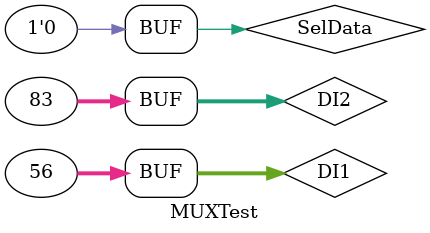
<source format=v>
`timescale 1ns / 1ps


module MUXTest;

	// Inputs
	reg [31:0] DI1;
	reg [31:0] DI2;
	reg SelData;

	// Outputs
	wire [31:0] DO;

	// Instantiate the Unit Under Test (UUT)
	MUX uut (
		.DI1(DI1), 
		.DI2(DI2), 
		.SelData(SelData), 
		.DO(DO)
	);

	initial begin
		// Initialize Inputs
		DI1 = 0;
		DI2 = 0;
		SelData = 0;

		// Wait 100 ns for global reset to finish
		#100;
        
		// Add stimulus here
		DI1 = 56;
		DI2 = 83;
		SelData = 1;
		
		#100;
		
		DI1 = 56;
		DI2 = 83;
		SelData = 0;
	end
      
endmodule


</source>
